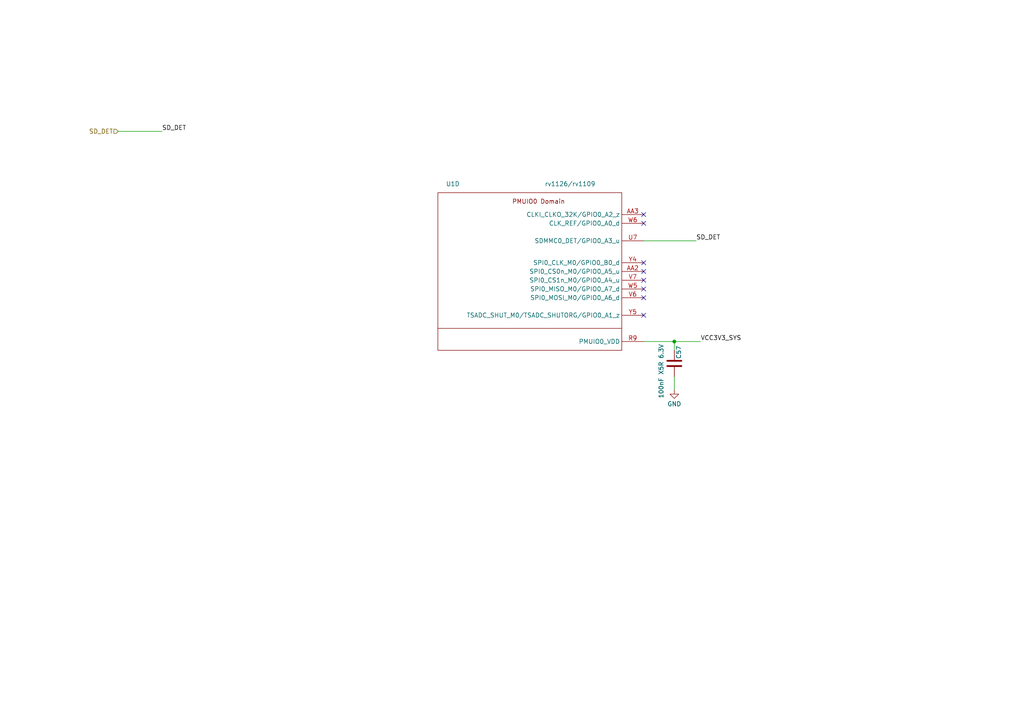
<source format=kicad_sch>
(kicad_sch (version 20230121) (generator eeschema)
  (paper "A4")
  (lib_symbols
    (symbol "CPU_Rockchip:rv1126_rv1109"
      (property "Reference" "U" (at -10.16 33.02 0))
      (property "Value" "rv1126/rv1109" (at 3.81 33.02 0))
      (symbol "rv1126_rv1109_1_1"
        (rectangle (start -16.51 31.75) (end 16.51 -35.56))
        (polyline (pts (xy -16.51 -26.67) (xy 16.51 -26.67)))
        (text "ARM/LOGIC/VEPU/NPU Power" (at -1.27 29.21 0) (effects (font (size 1.27 1.27))))
        (text "Supply for VCCIO~7 Power" (at -3.81 -29.21 0) (effects (font (size 1.27 1.27))))
        (pin power_in line (at 22.86 -11.43 180) (length 6.35) (name "NPU_VDD_1") (number "H11"))
        (pin power_in line (at 22.86 -13.97 180) (length 6.35) (name "NPU_VDD_2") (number "H12"))
        (pin power_in line (at 22.86 13.97 180) (length 6.35) (name "LOGIC_VDD_2") (number "H13"))
        (pin power_in line (at 22.86 -33.02 180) (length 6.35) (name "VCCIO_VDD_1V8") (number "H14"))
        (pin power_in line (at 22.86 16.51 180) (length 6.35) (name "LOGIC_VDD_1") (number "H9"))
        (pin power_in line (at 22.86 -16.51 180) (length 6.35) (name "NPU_VDD_3") (number "J10"))
        (pin power_in line (at 22.86 -19.05 180) (length 6.35) (name "NPU_VDD_4") (number "J11"))
        (pin power_in line (at 22.86 8.89 180) (length 6.35) (name "LOGIC_VDD_4") (number "J13"))
        (pin power_in line (at 22.86 11.43 180) (length 6.35) (name "LOGIC_VDD_3") (number "J9"))
        (pin power_in line (at 22.86 -21.59 180) (length 6.35) (name "NPU_VDD_5") (number "K10"))
        (pin power_in line (at 22.86 -24.13 180) (length 6.35) (name "NPU_VDD_6") (number "K11"))
        (pin power_in line (at 22.86 6.35 180) (length 6.35) (name "LOGIC_VDD_5") (number "L10"))
        (pin power_in line (at 22.86 0 180) (length 6.35) (name "VEPU_VDD_1") (number "L9"))
        (pin power_in line (at 22.86 3.81 180) (length 6.35) (name "LOGIC_VDD_6") (number "M11"))
        (pin power_in line (at 22.86 -2.54 180) (length 6.35) (name "VEPU_VDD_2") (number "M9"))
        (pin power_in line (at 22.86 25.4 180) (length 6.35) (name "ARM_VDD_1") (number "N12"))
        (pin power_in line (at 22.86 -5.08 180) (length 6.35) (name "VEPU_VDD_3") (number "N8"))
        (pin power_in line (at 22.86 -7.62 180) (length 6.35) (name "VEPU_VDD_4") (number "N9"))
        (pin power_in line (at 22.86 22.86 180) (length 6.35) (name "ARM_VDD_2") (number "P12"))
        (pin power_in line (at 22.86 20.32 180) (length 6.35) (name "ARM_VDD_3") (number "P13"))
      )
      (symbol "rv1126_rv1109_2_1"
        (rectangle (start -19.05 30.48) (end 19.05 -114.3))
        (text "VSS/AVSS" (at 0 24.13 0) (effects (font (size 1.27 1.27))))
        (pin power_in line (at -25.4 27.94 0) (length 6.35) (name "VSS_1") (number "A1"))
        (pin power_in line (at 25.4 -97.79 180) (length 6.35) (name "AVSS_1") (number "A21"))
        (pin power_in line (at 25.4 -88.9 180) (length 6.35) (name "VSS_95") (number "AA1"))
        (pin power_in line (at 25.4 -91.44 180) (length 6.35) (name "VSS_96") (number "AA10"))
        (pin power_in line (at 25.4 -93.98 180) (length 6.35) (name "VSS_97") (number "AA21"))
        (pin power_in line (at -25.4 25.4 0) (length 6.35) (name "VSS_2") (number "B12"))
        (pin power_in line (at -25.4 15.24 0) (length 6.35) (name "VSS_6") (number "C10"))
        (pin power_in line (at -25.4 12.7 0) (length 6.35) (name "VSS_7") (number "C12"))
        (pin power_in line (at -25.4 22.86 0) (length 6.35) (name "VSS_3") (number "C3"))
        (pin power_in line (at -25.4 20.32 0) (length 6.35) (name "VSS_4") (number "C5"))
        (pin power_in line (at -25.4 17.78 0) (length 6.35) (name "VSS_5") (number "C7"))
        (pin power_in line (at -25.4 7.62 0) (length 6.35) (name "VSS_9") (number "D12"))
        (pin power_in line (at 25.4 -100.33 180) (length 6.35) (name "AVSS_2") (number "D18"))
        (pin power_in line (at -25.4 10.16 0) (length 6.35) (name "VSS_8") (number "D9"))
        (pin power_in line (at -25.4 -6.35 0) (length 6.35) (name "VSS_14") (number "E10"))
        (pin power_in line (at -25.4 -8.89 0) (length 6.35) (name "VSS_15") (number "E11"))
        (pin power_in line (at -25.4 -11.43 0) (length 6.35) (name "VSS_16") (number "E12"))
        (pin power_in line (at -25.4 5.08 0) (length 6.35) (name "VSS_10") (number "E4"))
        (pin power_in line (at -25.4 1.27 0) (length 6.35) (name "VSS_11") (number "E6"))
        (pin power_in line (at -25.4 -1.27 0) (length 6.35) (name "VSS_12") (number "E8"))
        (pin power_in line (at -25.4 -3.81 0) (length 6.35) (name "VSS_13") (number "E9"))
        (pin power_in line (at -25.4 -27.94 0) (length 6.35) (name "VSS_22") (number "F10"))
        (pin power_in line (at -25.4 -30.48 0) (length 6.35) (name "VSS_23") (number "F11"))
        (pin power_in line (at -25.4 -33.02 0) (length 6.35) (name "VSS_24") (number "F12"))
        (pin power_in line (at -25.4 -35.56 0) (length 6.35) (name "VSS_25") (number "F13"))
        (pin power_in line (at 25.4 -102.87 180) (length 6.35) (name "AVSS_3") (number "F14"))
        (pin power_in line (at 25.4 -105.41 180) (length 6.35) (name "AVSS_4") (number "F15"))
        (pin power_in line (at -25.4 -13.97 0) (length 6.35) (name "VSS_17") (number "F3"))
        (pin power_in line (at -25.4 -16.51 0) (length 6.35) (name "VSS_18") (number "F5"))
        (pin power_in line (at -25.4 -19.05 0) (length 6.35) (name "VSS_19") (number "F7"))
        (pin power_in line (at -25.4 -21.59 0) (length 6.35) (name "VSS_20") (number "F8"))
        (pin power_in line (at -25.4 -25.4 0) (length 6.35) (name "VSS_21") (number "F9"))
        (pin power_in line (at -25.4 -45.72 0) (length 6.35) (name "VSS_29") (number "G10"))
        (pin power_in line (at -25.4 -48.26 0) (length 6.35) (name "VSS_30") (number "G11"))
        (pin power_in line (at -25.4 -52.07 0) (length 6.35) (name "VSS_31") (number "G12"))
        (pin power_in line (at -25.4 -54.61 0) (length 6.35) (name "VSS_32") (number "G13"))
        (pin power_in line (at 25.4 -107.95 180) (length 6.35) (name "AVSS_5") (number "G16"))
        (pin power_in line (at 25.4 -110.49 180) (length 6.35) (name "AVSS_6") (number "G17"))
        (pin power_in line (at -25.4 -38.1 0) (length 6.35) (name "VSS_26") (number "G2"))
        (pin power_in line (at -25.4 -40.64 0) (length 6.35) (name "VSS_27") (number "G5"))
        (pin power_in line (at -25.4 -43.18 0) (length 6.35) (name "VSS_28") (number "G6"))
        (pin power_in line (at -25.4 -67.31 0) (length 6.35) (name "VSS_37") (number "H10"))
        (pin power_in line (at -25.4 -69.85 0) (length 6.35) (name "VSS_38") (number "H15"))
        (pin power_in line (at -25.4 -57.15 0) (length 6.35) (name "VSS_33") (number "H4"))
        (pin power_in line (at -25.4 -59.69 0) (length 6.35) (name "VSS_34") (number "H5"))
        (pin power_in line (at -25.4 -62.23 0) (length 6.35) (name "VSS_35") (number "H6"))
        (pin power_in line (at -25.4 -64.77 0) (length 6.35) (name "VSS_36") (number "H7"))
        (pin power_in line (at -25.4 -78.74 0) (length 6.35) (name "VSS_41") (number "J12"))
        (pin power_in line (at -25.4 -81.28 0) (length 6.35) (name "VSS_42") (number "J14"))
        (pin power_in line (at -25.4 -83.82 0) (length 6.35) (name "VSS_43") (number "J16"))
        (pin power_in line (at -25.4 -72.39 0) (length 6.35) (name "VSS_39") (number "J5"))
        (pin power_in line (at -25.4 -74.93 0) (length 6.35) (name "VSS_40") (number "J6"))
        (pin power_in line (at -25.4 -96.52 0) (length 6.35) (name "VSS_48") (number "K12"))
        (pin power_in line (at -25.4 -99.06 0) (length 6.35) (name "VSS_49") (number "K13"))
        (pin power_in line (at -25.4 -101.6 0) (length 6.35) (name "VSS_50") (number "K14"))
        (pin power_in line (at -25.4 -86.36 0) (length 6.35) (name "VSS_44") (number "K5"))
        (pin power_in line (at -25.4 -88.9 0) (length 6.35) (name "VSS_45") (number "K6"))
        (pin power_in line (at -25.4 -91.44 0) (length 6.35) (name "VSS_46") (number "K8"))
        (pin power_in line (at -25.4 -93.98 0) (length 6.35) (name "VSS_47") (number "K9"))
        (pin power_in line (at 25.4 20.32 180) (length 6.35) (name "VSS_54") (number "L11"))
        (pin power_in line (at 25.4 17.78 180) (length 6.35) (name "VSS_55") (number "L12"))
        (pin power_in line (at 25.4 15.24 180) (length 6.35) (name "VSS_56") (number "L13"))
        (pin power_in line (at 25.4 12.7 180) (length 6.35) (name "VSS_57") (number "L14"))
        (pin power_in line (at 25.4 10.16 180) (length 6.35) (name "VSS_58") (number "L16"))
        (pin power_in line (at 25.4 27.94 180) (length 6.35) (name "VSS_51") (number "L2"))
        (pin power_in line (at 25.4 25.4 180) (length 6.35) (name "VSS_52") (number "L5"))
        (pin power_in line (at 25.4 22.86 180) (length 6.35) (name "VSS_53") (number "L6"))
        (pin power_in line (at 25.4 -3.81 180) (length 6.35) (name "VSS_63") (number "M10"))
        (pin power_in line (at 25.4 -6.35 180) (length 6.35) (name "VSS_64") (number "M12"))
        (pin power_in line (at 25.4 -8.89 180) (length 6.35) (name "VSS_65") (number "M13"))
        (pin power_in line (at 25.4 -11.43 180) (length 6.35) (name "VSS_66") (number "M14"))
        (pin power_in line (at 25.4 -13.97 180) (length 6.35) (name "VSS_67") (number "M16"))
        (pin power_in line (at 25.4 7.62 180) (length 6.35) (name "VSS_59") (number "M3"))
        (pin power_in line (at 25.4 5.08 180) (length 6.35) (name "VSS_60") (number "M5"))
        (pin power_in line (at 25.4 1.27 180) (length 6.35) (name "VSS_61") (number "M7"))
        (pin power_in line (at 25.4 -1.27 180) (length 6.35) (name "VSS_62") (number "M8"))
        (pin power_in line (at 25.4 -25.4 180) (length 6.35) (name "VSS_71") (number "N10"))
        (pin power_in line (at 25.4 -27.94 180) (length 6.35) (name "VSS_72") (number "N11"))
        (pin power_in line (at 25.4 -30.48 180) (length 6.35) (name "VSS_73") (number "N13"))
        (pin power_in line (at 25.4 -33.02 180) (length 6.35) (name "VSS_74") (number "N14"))
        (pin power_in line (at 25.4 -35.56 180) (length 6.35) (name "VSS_75") (number "N16"))
        (pin power_in line (at 25.4 -16.51 180) (length 6.35) (name "VSS_68") (number "N5"))
        (pin power_in line (at 25.4 -19.05 180) (length 6.35) (name "VSS_69") (number "N6"))
        (pin power_in line (at 25.4 -21.59 180) (length 6.35) (name "VSS_70") (number "N7"))
        (pin power_in line (at 25.4 -48.26 180) (length 6.35) (name "VSS_80") (number "P14"))
        (pin power_in line (at 25.4 -50.8 180) (length 6.35) (name "VSS_81") (number "P16"))
        (pin power_in line (at 25.4 -38.1 180) (length 6.35) (name "VSS_76") (number "P5"))
        (pin power_in line (at 25.4 -40.64 180) (length 6.35) (name "VSS_77") (number "P7"))
        (pin power_in line (at 25.4 -43.18 180) (length 6.35) (name "VSS_78") (number "P8"))
        (pin power_in line (at 25.4 -45.72 180) (length 6.35) (name "VSS_79") (number "P9"))
        (pin power_in line (at 25.4 -54.61 180) (length 6.35) (name "VSS_82") (number "R1"))
        (pin power_in line (at 25.4 -59.69 180) (length 6.35) (name "VSS_84") (number "R12"))
        (pin power_in line (at 25.4 -62.23 180) (length 6.35) (name "VSS_85") (number "R13"))
        (pin power_in line (at 25.4 -64.77 180) (length 6.35) (name "VSS_86") (number "R14"))
        (pin power_in line (at 25.4 -57.15 180) (length 6.35) (name "VSS_83") (number "R5"))
        (pin power_in line (at 25.4 -72.39 180) (length 6.35) (name "VSS_89") (number "T10"))
        (pin power_in line (at 25.4 -74.93 180) (length 6.35) (name "VSS_90") (number "T14"))
        (pin power_in line (at 25.4 -77.47 180) (length 6.35) (name "VSS_91") (number "T17"))
        (pin power_in line (at 25.4 -67.31 180) (length 6.35) (name "VSS_87") (number "T6"))
        (pin power_in line (at 25.4 -69.85 180) (length 6.35) (name "VSS_88") (number "T9"))
        (pin power_in line (at 25.4 -81.28 180) (length 6.35) (name "VSS_92") (number "V17"))
        (pin power_in line (at 25.4 -86.36 180) (length 6.35) (name "VSS_94") (number "W14"))
        (pin power_in line (at 25.4 -83.82 180) (length 6.35) (name "VSS_93") (number "W9"))
      )
      (symbol "rv1126_rv1109_3_1"
        (rectangle (start -15.24 29.21) (end 15.24 -8.89))
        (polyline (pts (xy -15.24 5.08) (xy 15.24 5.08)))
        (polyline (pts (xy -15.24 13.97) (xy 15.24 13.97)))
        (text "MISC" (at -13.97 2.54 0) (effects (font (size 1.27 1.27)) (justify left)))
        (text "OSC/PLL" (at -13.97 26.67 0) (effects (font (size 1.27 1.27)) (justify left)))
        (text "PMUIO" (at -13.97 11.43 0) (effects (font (size 1.27 1.27)) (justify left)))
        (pin output line (at 21.59 22.86 180) (length 6.35) (name "XIN24M") (number "AA9"))
        (pin power_in line (at 21.59 10.16 180) (length 6.35) (name "PMUIO_VDD_0V8") (number "P10"))
        (pin power_in line (at 21.59 19.05 180) (length 6.35) (name "PLL_AVDD_0V8") (number "P11"))
        (pin power_in line (at 21.59 7.62 180) (length 6.35) (name "PMUIO_VDD_1V8") (number "R10"))
        (pin power_in line (at 21.59 16.51 180) (length 6.35) (name "PLL_AVDD_1V8") (number "R11"))
        (pin input line (at 21.59 1.27 180) (length 6.35) (name "TVSS") (number "T8"))
        (pin input line (at 21.59 -2.54 180) (length 6.35) (name "nPOR_u") (number "W7"))
        (pin output line (at 21.59 25.4 180) (length 6.35) (name "XOUT24M") (number "Y9"))
      )
      (symbol "rv1126_rv1109_4_1"
        (rectangle (start -26.67 21.59) (end 26.67 -24.13))
        (polyline (pts (xy -26.67 -17.78) (xy 26.67 -17.78)))
        (text "PMUIO0 Domain" (at 2.54 19.05 0) (effects (font (size 1.27 1.27))))
        (pin bidirectional line (at 33.02 -1.27 180) (length 6.35) (name "SPI0_CS0n_M0/GPIO0_A5_u") (number "AA2"))
        (pin bidirectional line (at 33.02 15.24 180) (length 6.35) (name "CLKI_CLKO_32K/GPIO0_A2_z") (number "AA3"))
        (pin power_in line (at 33.02 -21.59 180) (length 6.35) (name "PMUIO0_VDD") (number "R9"))
        (pin bidirectional line (at 33.02 7.62 180) (length 6.35) (name "SDMMC0_DET/GPIO0_A3_u") (number "U7"))
        (pin bidirectional line (at 33.02 -8.89 180) (length 6.35) (name "SPI0_MOSI_M0/GPIO0_A6_d") (number "V6"))
        (pin bidirectional line (at 33.02 -3.81 180) (length 6.35) (name "SPI0_CS1n_M0/GPIO0_A4_u") (number "V7"))
        (pin bidirectional line (at 33.02 -6.35 180) (length 6.35) (name "SPI0_MISO_M0/GPIO0_A7_d") (number "W5"))
        (pin bidirectional line (at 33.02 12.7 180) (length 6.35) (name "CLK_REF/GPIO0_A0_d") (number "W6"))
        (pin bidirectional line (at 33.02 1.27 180) (length 6.35) (name "SPI0_CLK_M0/GPIO0_B0_d") (number "Y4"))
        (pin bidirectional line (at 33.02 -13.97 180) (length 6.35) (name "TSADC_SHUT_M0/TSADC_SHUTORG/GPIO0_A1_z") (number "Y5"))
      )
      (symbol "rv1126_rv1109_5_1"
        (rectangle (start -27.94 25.4) (end 27.94 -27.94))
        (polyline (pts (xy -27.94 -20.32) (xy 27.94 -20.32)))
        (text "PMUIO1 Domain" (at 0 22.86 0) (effects (font (size 1.27 1.27))))
        (pin bidirectional line (at 34.29 -5.08 180) (length 6.35) (name "PMU_DEBUG/UART1_CTSN_M0/PWM3_IR_M0/GPIO0_C1_d") (number "AA4"))
        (pin bidirectional line (at 34.29 7.62 180) (length 6.35) (name "I2C2_SCL/PWM4_M0/GPIO0_C2_d") (number "AA6"))
        (pin bidirectional line (at 34.29 13.97 180) (length 6.35) (name "I2C0_SCL/GPIO0_B4_u") (number "AA7"))
        (pin power_in line (at 34.29 -24.13 180) (length 6.35) (name "PMUIO1_VDD") (number "R8"))
        (pin bidirectional line (at 34.29 -8.89 180) (length 6.35) (name "SDMMC0_PWM/UART1_RTSN_M0/PWM2_M0/GPIO0_C0_d") (number "U9"))
        (pin bidirectional line (at 34.29 -13.97 180) (length 6.35) (name "UART1_RX_M0/PWM1_M0/GPIO0_B7_d") (number "V9"))
        (pin bidirectional line (at 34.29 1.27 180) (length 6.35) (name "PMIC_IN/PWM7_IR_M0/GPIO0_B1_d") (number "W10"))
        (pin bidirectional line (at 34.29 -16.51 180) (length 6.35) (name "UART1_TX_M0/PWM0_M0/GPIO0_B6_d") (number "W8"))
        (pin bidirectional line (at 34.29 -1.27 180) (length 6.35) (name "PMIC_SLEEP/TSADC_SHUT_M1/PWM6_M0/GPIO0_B2_d") (number "Y10"))
        (pin bidirectional line (at 34.29 5.08 180) (length 6.35) (name "I2C2_SDA/PWM5_M0/GPIO0_C3_d") (number "Y6"))
        (pin bidirectional line (at 34.29 11.43 180) (length 6.35) (name "I2C0_SDA/GPIO0_B5_u") (number "Y7"))
        (pin bidirectional line (at 34.29 17.78 180) (length 6.35) (name "FLASH_VOL_SEL/GPIO0_B3_d") (number "Y8"))
      )
      (symbol "rv1126_rv1109_6_1"
        (rectangle (start -26.67 24.13) (end 26.67 -30.48))
        (polyline (pts (xy -26.67 -24.13) (xy 26.67 -24.13)))
        (text "VCCIO1 Domain" (at -1.27 21.59 0) (effects (font (size 1.27 1.27))))
        (pin power_in line (at 33.02 -27.94 180) (length 6.35) (name "VCCIO1_VDD") (number "P6"))
        (pin bidirectional line (at 33.02 -12.7 180) (length 6.35) (name "FLASH_RDYn/FSPI_D1/I2S1_SCLK_M0/GPIO1_A1_u") (number "R2"))
        (pin bidirectional line (at 33.02 -15.24 180) (length 6.35) (name "FLASH_WPn/EMMC_RSTn/FSPI_CLK/GPIO1_A3_d") (number "R3"))
        (pin bidirectional line (at 33.02 -10.16 180) (length 6.35) (name "FLASH_RDn/FSPI_D3/I2S1_SDI_M0/GPIO1_A2_u") (number "R4"))
        (pin bidirectional line (at 33.02 15.24 180) (length 6.35) (name "FLASH_CLE/EMMC_CLKO/GPIO0_D7_d") (number "T1"))
        (pin bidirectional line (at 33.02 17.78 180) (length 6.35) (name "FLASH_ALE/FSPI_D0/I2S1_LRCK_M0/GPIO1_A0_d") (number "T2"))
        (pin bidirectional line (at 33.02 -20.32 180) (length 6.35) (name "FSPI_D2/I2S1_SDO_M0/GPIO0_D6_d") (number "T3"))
        (pin bidirectional line (at 33.02 -17.78 180) (length 6.35) (name "FLASH_WRn/EMMC_CMD/GPIO0_D5_u") (number "T4"))
        (pin bidirectional line (at 33.02 12.7 180) (length 6.35) (name "FLASH_CS0n/FSPI_CS0n/I2S1_MCLK_M0/GPIO0_D4_u") (number "U2"))
        (pin bidirectional line (at 33.02 -7.62 180) (length 6.35) (name "FLASH_D7/EMMC_D7/GPIO0_D3_u") (number "U3"))
        (pin bidirectional line (at 33.02 -5.08 180) (length 6.35) (name "FLASH_D6/EMMC_D6/GPIO0_D2_u") (number "U4"))
        (pin bidirectional line (at 33.02 -2.54 180) (length 6.35) (name "FLASH_D5/EMMC_D5/FSPI_CS1n/GPIO0_D1_u") (number "V1"))
        (pin bidirectional line (at 33.02 0 180) (length 6.35) (name "FLASH_D4/EMMC_D4/GPIO0_D0_u") (number "V2"))
        (pin bidirectional line (at 33.02 2.54 180) (length 6.35) (name "FLASH_D3/EMMC_D3/GPIO0_C7_u") (number "V3"))
        (pin bidirectional line (at 33.02 5.08 180) (length 6.35) (name "FLASH_D2/EMMC_D2/GPIO0_C6_u") (number "V4"))
        (pin bidirectional line (at 33.02 7.62 180) (length 6.35) (name "FLASH_D1/EMMC_D1/GPIO0_C5_u") (number "W1"))
        (pin bidirectional line (at 33.02 10.16 180) (length 6.35) (name "FLASH_D0/EMMC_D0/GPIO0_C4_u") (number "W2"))
      )
      (symbol "rv1126_rv1109_7_1"
        (rectangle (start -39.37 24.13) (end 38.1 -7.62))
        (polyline (pts (xy -39.37 0) (xy 38.1 0)))
        (text "VCCIO2 Domain" (at 0 21.59 0) (effects (font (size 1.27 1.27))))
        (pin bidirectional line (at 44.45 17.78 180) (length 6.35) (name "SDMMC0_CLK/UART3_RTSN_M1/RISC-V_JTAG_TDO/GPIO1_B0_u") (number "AA13"))
        (pin power_in line (at 44.45 -3.81 180) (length 6.35) (name "VCCIO2_VDD") (number "T13"))
        (pin bidirectional line (at 44.45 5.08 180) (length 6.35) (name "SDMMC0_D3/UART3_TX_M1/A7_JTAG_TMS_M0/RISC-V_JTAG_TMS/GPIO1_A7_u") (number "U13"))
        (pin bidirectional line (at 44.45 7.62 180) (length 6.35) (name "SDMMC0_D2/UART3_RX_M1/A7_JTAG_TCK_M0/RISC-V_JTAG_TCK/GPIO1_A6_u") (number "V13"))
        (pin bidirectional line (at 44.45 10.16 180) (length 6.35) (name "SDMMC0_D1/TEST_CLK0_OUT/UART2_TX_M0/RISC-V_JTAG_TRSTn/GPIO1_A5_u") (number "W13"))
        (pin bidirectional line (at 44.45 15.24 180) (length 6.35) (name "SDMMC0_CMD/UART3_CTSN_M1/RISC-V_JTAG_TDI/GPIO1_B1_u") (number "Y13"))
        (pin bidirectional line (at 44.45 12.7 180) (length 6.35) (name "SDMMC0_D0/TEST_CLK1_OUT/UART2_RX_M0/GPIO1_A4_u") (number "Y14"))
      )
      (symbol "rv1126_rv1109_8_1"
        (rectangle (start -40.64 16.51) (end 40.64 -38.1))
        (polyline (pts (xy -40.64 -31.75) (xy 40.64 -31.75)))
        (text "VCCIO3 Domain" (at 2.54 13.97 0) (effects (font (size 1.27 1.27))))
        (pin bidirectional line (at 46.99 -19.05 180) (length 6.35) (name "SDIO_PWR/I2C5_SDA_M2/UART1_RX_M1/GPIO1_D1_d") (number "A13"))
        (pin bidirectional line (at 46.99 -21.59 180) (length 6.35) (name "UART0_CTSn/GPIO1_C1_u") (number "A15"))
        (pin bidirectional line (at 46.99 -6.35 180) (length 6.35) (name "SDIO_CMD/GPIO1_B3_u") (number "A16"))
        (pin bidirectional line (at 46.99 6.35 180) (length 6.35) (name "I2S2_MCLK_M0/SDIO_DET/SPI1_CS1n_M1/I2C5_SCL_M2/UART1_TX_M1/GPIO1_D0_d") (number "B13"))
        (pin bidirectional line (at 46.99 -1.27 180) (length 6.35) (name "I2S2_SDO_M0/SPI1_MOSI_M1/FLASH_TRIG_OUT/GPIO1_C4_d") (number "B14"))
        (pin bidirectional line (at 46.99 -24.13 180) (length 6.35) (name "UART0_RTSn/GPIO1_C0_u") (number "B15"))
        (pin bidirectional line (at 46.99 -8.89 180) (length 6.35) (name "SDIO_D0/GPIO1_B4_u") (number "B16"))
        (pin bidirectional line (at 46.99 8.89 180) (length 6.35) (name "I2S2_LRCK_M0/SPI1_CS0n_M1/UART1_CTSn_M1/GPIO1_C7_d") (number "C13"))
        (pin bidirectional line (at 46.99 -29.21 180) (length 6.35) (name "UART0_TX/GPIO1_C3_u") (number "C14"))
        (pin bidirectional line (at 46.99 -16.51 180) (length 6.35) (name "SDIO_D3/GPIO1_B7_u") (number "C15"))
        (pin bidirectional line (at 46.99 -11.43 180) (length 6.35) (name "SDIO_D1/GPIO1_B5_u") (number "C16"))
        (pin bidirectional line (at 46.99 3.81 180) (length 6.35) (name "I2S2_SCLK_M0/SPI1_CLK_M1/PRELIGHT_TRIG_OUT/UART1_RTSn_M1/_GPIO1_C6_d") (number "D13"))
        (pin bidirectional line (at 46.99 -26.67 180) (length 6.35) (name "UART0_RX/GPIO1_C2_u") (number "D14"))
        (pin bidirectional line (at 46.99 -13.97 180) (length 6.35) (name "SDIO_D2/GPIO1_B6_u") (number "D15"))
        (pin bidirectional line (at 46.99 -3.81 180) (length 6.35) (name "SDIO_CLK/GPIO1_B2_d") (number "D16"))
        (pin bidirectional line (at 46.99 1.27 180) (length 6.35) (name "I2S2_SDI_M0/SPI1_MISO_M1/FLASH_TRIG_IN/GPIO1_C5_d") (number "E13"))
        (pin power_in line (at 46.99 -35.56 180) (length 6.35) (name "VCCIO3_VDD") (number "E14"))
      )
      (symbol "rv1126_rv1109_9_1"
        (rectangle (start -30.48 24.13) (end 30.48 -15.24))
        (polyline (pts (xy -30.48 -8.89) (xy 30.48 -8.89)))
        (text "VCCIO4 Domain" (at 1.27 21.59 0) (effects (font (size 1.27 1.27))))
        (pin power_in line (at 36.83 -12.7 180) (length 6.35) (name "VCCIO4_VDD") (number "P15"))
        (pin bidirectional line (at 36.83 -1.27 180) (length 6.35) (name "SPI0_MISO_M1/I2S1_LRCK_M1/I2C3_SDA_M2/GPIO1_D7_d") (number "U18"))
        (pin bidirectional line (at 36.83 3.81 180) (length 6.35) (name "SPI0_CS0n_M1/I2S1_SDI_M1/UART5_TX_M2/GPIO2_A0_d") (number "U19"))
        (pin bidirectional line (at 36.83 6.35 180) (length 6.35) (name "SPI0_CLK_M1/I2S1_SDO_M1/UART5_RX_M2/GPIO2_A1_d") (number "U20"))
        (pin bidirectional line (at 36.83 -3.81 180) (length 6.35) (name "SPI0_MOSI_M1/I2S1_SCLK_M1/I2C3_SCL_M2/GPIO1_D6_d") (number "V19"))
        (pin bidirectional line (at 36.83 1.27 180) (length 6.35) (name "SPI0_CS1n_M1/I2S1_MCLK_M1/UART4_TX_M2/GPIO1_D5_d") (number "V20"))
        (pin bidirectional line (at 36.83 11.43 180) (length 6.35) (name "MIPI_CSI_CLK0/UART5_CTSN_M2/GPIO2_A3_d") (number "V21"))
        (pin bidirectional line (at 36.83 13.97 180) (length 6.35) (name "I2C1_SDA/UART4_RTSN_M2/GPIO1_D2_u") (number "W19"))
        (pin bidirectional line (at 36.83 -6.35 180) (length 6.35) (name "UART4_RX_M2/GPIO1_D4_d") (number "W20"))
        (pin bidirectional line (at 36.83 8.89 180) (length 6.35) (name "MIPI_CSI_CLK1/UART5_RTSN_M2/GPIO2_A2_d") (number "W21"))
        (pin bidirectional line (at 36.83 16.51 180) (length 6.35) (name "I2C1_SCL/UART4_CTSN_M2/GPIO1_D3_u") (number "Y21"))
      )
      (symbol "rv1126_rv1109_10_1"
        (rectangle (start -54.61 29.21) (end 54.61 -83.82))
        (polyline (pts (xy -54.61 -67.31) (xy 54.61 -67.31)))
        (text "VCCIO5 Domain" (at 1.27 26.67 0) (effects (font (size 1.27 1.27))))
        (pin bidirectional line (at 60.96 -58.42 180) (length 6.35) (name "LCDC_VSYNC/UART3_RTSN_M2/PWM9_M1/SPI1_MOSI_M2/GPIO2_D6_d") (number "C21"))
        (pin bidirectional line (at 60.96 16.51 180) (length 6.35) (name "LCDC_CLK/UART3_CTSN_M2/PWM8_M1/SPI1_MISO_M2/GPIO2_D7_d") (number "D20"))
        (pin bidirectional line (at 60.96 13.97 180) (length 6.35) (name "LCDC_CLK/UART3_CTSN_M2/PWM8_M1/SPI1_MISO_M2/GPIO2_D7_d") (number "D21"))
        (pin bidirectional line (at 60.96 19.05 180) (length 6.35) (name "CAN_TXD_M0/UART3_RX_M2/PWM11_IR_M1/I2C4_SDA_M0/GPIO3_A1_u") (number "E19"))
        (pin bidirectional line (at 60.96 21.59 180) (length 6.35) (name "CAN_RXD_M0/UART3_TX_M2/PWM7_IR_M1/SPI1_CS1n_M2/I2C4_SCL_M0/GPIO3_A0_u") (number "E20"))
        (pin bidirectional line (at 60.96 -50.8 180) (length 6.35) (name "LCDC_D23/RGMII_RXCLK_M1/CIF_HSYNC_M1/I2S1_SDI_M2/GPIO2_D3_d") (number "F19"))
        (pin bidirectional line (at 60.96 -30.48 180) (length 6.35) (name "LCDC_D23/RGMII_RXCLK_M1/CIF_HSYNC_M1/I2S1_SDI_M2/GPIO2_D3_d") (number "F19"))
        (pin bidirectional line (at 60.96 -27.94 180) (length 6.35) (name "LCDC_D22/RGMII_TXCLK_M1/CIF_CLKIN_M1/I2S1_LRCK_M2/GPIO2_D2_d") (number "F20"))
        (pin bidirectional line (at 60.96 -25.4 180) (length 6.35) (name "LCDC_D21/RGMII_TXD2_M1/CIF_CLKOUT_M1/I2S1_SCLK_M2/GPIO2_D1_d") (number "F21"))
        (pin bidirectional line (at 60.96 -63.5 180) (length 6.35) (name "UART2_TX_M1/A7_JTAG_TCK_M1/GPIO3_A2_u") (number "G18"))
        (pin bidirectional line (at 60.96 -17.78 180) (length 6.35) (name "LCDC_D19/RGMII_RXD2_M1/CIF_D15_M1/I2S1_MCLK_M2/GPIO2_C7_d") (number "G19"))
        (pin bidirectional line (at 60.96 -15.24 180) (length 6.35) (name "LCDC_D18/RGMII_TXEN_M1/CIF_D14_M1/GPIO2_C6_d") (number "G20"))
        (pin bidirectional line (at 60.96 -12.7 180) (length 6.35) (name "LCDC_D17/CLK_OUT_ETHERNET_M1/CIF_D13_M1/GPIO2_C5_d") (number "G21"))
        (pin bidirectional line (at 60.96 -60.96 180) (length 6.35) (name "UART2_RX_M1/A7_JTAG_TMS_M1/GPIO3_A3_u") (number "H16"))
        (pin bidirectional line (at 60.96 -55.88 180) (length 6.35) (name "LCDC_HSYNC/PWM10_M1/_SPI1_CLK_M2/I2C3_SDA_M1/GPIO2_D5_d") (number "H17"))
        (pin bidirectional line (at 60.96 -22.86 180) (length 6.35) (name "LCDC_D20/RGMII_RXD3_M1/CIF_VSYNC_M1/I2S1_SDO_M2/GPIO2_D0_d") (number "H18"))
        (pin bidirectional line (at 60.96 -10.16 180) (length 6.35) (name "LCDC_D16/RGMII_TXD1_M1/CIF_D12_M1/GPIO2_C4_d") (number "H19"))
        (pin bidirectional line (at 60.96 -7.62 180) (length 6.35) (name "LCDC_D15/RGMII_TXD0_M1/CIF_D11_M1/GPIO2_C3_d") (number "H20"))
        (pin power_in line (at 60.96 -69.85 180) (length 6.35) (name "VCCIO5_VDD1") (number "J15"))
        (pin bidirectional line (at 60.96 -53.34 180) (length 6.35) (name "LCDC_DEN/PWM6_M1/SPI1_CS0n_M2/I2C3_SCL_M1/GPIO2_D4_d") (number "J17"))
        (pin bidirectional line (at 60.96 11.43 180) (length 6.35) (name "LCDC_D0/RGMII_TXD3_M1/CIF_D0_M1/UART4_RTSN_M1/GPIO2_A4_d") (number "J18"))
        (pin bidirectional line (at 60.96 0 180) (length 6.35) (name "LCDC_D12/RGMII_RXER_M1/CIF_D8_M1/GPIO2_C0_d") (number "J19"))
        (pin bidirectional line (at 60.96 -5.08 180) (length 6.35) (name "LCDC_D14/RGMII_MDC_M1/CIF_D10_M1/GPIO2_C2_d") (number "J20"))
        (pin bidirectional line (at 60.96 -2.54 180) (length 6.35) (name "LCDC_D13/RGMII_MDIO_M1/CIF_D9_M1/GPIO2_C1_d") (number "J21"))
        (pin power_in line (at 60.96 -78.74 180) (length 6.35) (name "VCCIO5_VDD2") (number "K15"))
        (pin bidirectional line (at 60.96 -40.64 180) (length 6.35) (name "LCDC_D6/I2S2_LRCK_M1/UART5_RTSN_M1/PWM1_M1/SPI0_CLK_M2/GPIO2_B2_d") (number "K16"))
        (pin bidirectional line (at 60.96 -43.18 180) (length 6.35) (name "LCDC_D7/I2S2_MCLK_M1/CIF_D3_M1/UART5_CTSN_M1/SPI0_CS1n_M2/PWM0_M1/I2C5_SDA_M0/_GPIO2_B3_d") (number "K17"))
        (pin bidirectional line (at 60.96 -45.72 180) (length 6.35) (name "LCDC_D8/RGMII_RXDV_M1/CIF_D4_M1/GPIO2_B4_d") (number "K18"))
        (pin bidirectional line (at 60.96 -48.26 180) (length 6.35) (name "LCDC_D9/RGMII_RXD0_M1/CIF_D5_M1/GPIO2_B5_d") (number "K19"))
        (pin bidirectional line (at 60.96 6.35 180) (length 6.35) (name "LCDC_D10/RGMII_RXD1_M1/CIF_D6_M1/GPIO2_B6_d") (number "K20"))
        (pin bidirectional line (at 60.96 3.81 180) (length 6.35) (name "LCDC_D11/RGMII_CLK_M1/CIF_D7_M1/GPIO2_B7_d") (number "K21"))
        (pin bidirectional line (at 60.96 8.89 180) (length 6.35) (name "LCDC_D1/RGMII_CRS_M1/CIF_D1_M1/UART4_CTSN_M1/I2C5_SCL_M0/GPIO2_A5_d") (number "L17"))
        (pin bidirectional line (at 60.96 -35.56 180) (length 6.35) (name "LCDC_D4/I2S2_SDI_M1/UART5_TX_M1/PWM3_IR_M1/SPI0_MOSI_M2/GPIO2_B0_d") (number "L19"))
        (pin bidirectional line (at 60.96 -38.1 180) (length 6.35) (name "LCDC_D5/I2S2_SCLK_M1/UART5_RX_M1/PWM2_M1/SPI0_MISO_M2/GPIO2_B1_d") (number "L20"))
        (pin bidirectional line (at 60.96 -33.02 180) (length 6.35) (name "LCDC_D3/I2S2_SDO_M1/UART4_RX_M1/PWM4_M1/SPI0_CS0n_M2/GPIO2_A7_d") (number "M20"))
        (pin bidirectional line (at 60.96 -20.32 180) (length 6.35) (name "LCDC_D2/RGMII_COL_M1/CIF_D2_M1/PWM5_M1/_UART4_TX_M1/GPIO2_A6_d") (number "M21"))
      )
      (symbol "rv1126_rv1109_11_1"
        (rectangle (start -48.26 26.67) (end 48.26 -39.37))
        (polyline (pts (xy -48.26 -31.75) (xy 48.26 -31.75)))
        (text "VCCIO6 Domain" (at 1.27 24.13 0) (effects (font (size 1.27 1.27))))
        (pin power_in line (at 54.61 -35.56 180) (length 6.35) (name "VCCIO6_VDD") (number "M15"))
        (pin bidirectional line (at 54.61 5.08 180) (length 6.35) (name "CIF_D13_M0/RGMII_RXDV_M0/PDM_SDI0_M1/GPIO3_C1_d") (number "M17"))
        (pin bidirectional line (at 54.61 2.54 180) (length 6.35) (name "CIF_D14_M0/RGMII_RXER_M0/PDM_SDI1_M1/GPIO3_C2_d") (number "M18"))
        (pin bidirectional line (at 54.61 20.32 180) (length 6.35) (name "CIF_CLKIN_M0/CLK_OUT_ETHERNET_M0/UART3_CTSN_M0/GPIO3_C5_d") (number "M19"))
        (pin bidirectional line (at 54.61 -15.24 180) (length 6.35) (name "CIF_D6_M0/RGMII_TXD3_M0/I2S0_LRCK_RX_M1/UART4_RTSN_M0/GPIO3_B2_d") (number "N17"))
        (pin bidirectional line (at 54.61 -22.86 180) (length 6.35) (name "CIF_D9_M0/RGMII_TXEN_M0/I2S0_SDO3_SDI1_M1/SPI1_CS0n_M0/GPIO3_B5_d") (number "N18"))
        (pin bidirectional line (at 54.61 7.62 180) (length 6.35) (name "CIF_D12_M0/RGMII_CLK_M0/PDM_CLk0_M1/SPI1_CLK_M0/GPIO3_C0_d") (number "N19"))
        (pin bidirectional line (at 54.61 0 180) (length 6.35) (name "CIF_D15_M0/RGMII_MDIO_M0/PDM_CLk1_M1/GPIO3_C3_d") (number "N20"))
        (pin bidirectional line (at 54.61 -27.94 180) (length 6.35) (name "CIF_VSYNC_M0/RGMII_MDC_M0/UART3_RTSN_M0/GPIO3_C4_d") (number "N21"))
        (pin bidirectional line (at 54.61 -5.08 180) (length 6.35) (name "CIF_D2_M0/RGMII_COL_M0/I2S0_SDO0_M1/UART5_TX_M0/CAN_RXD_M1/PWM10_M0/GPIO3_A6_d") (number "P17"))
        (pin bidirectional line (at 54.61 17.78 180) (length 6.35) (name "CIF_CLKOUT_M0/RGMII_TXCLK_M0/UART3_TX_M0/GPIO3_C6_d") (number "P19"))
        (pin bidirectional line (at 54.61 -25.4 180) (length 6.35) (name "CIF_HSYNC_M0/RGMII_RXCLK_M0/UART3_RX_M0/GPIO3_C7_d") (number "P20"))
        (pin bidirectional line (at 54.61 15.24 180) (length 6.35) (name "CIF_D0_M0/I2S0_SCLK_TX_M1/UART4_TX_M0/I2C3_SCL_M0/PWM8_M0/GPIO3_A4_d") (number "R17"))
        (pin bidirectional line (at 54.61 -7.62 180) (length 6.35) (name "CIF_D3_M0/RGMII_RXD2_M0/I2S0_SDI0_M1/UART5_RX_M0/CAN_TXD_M1/PWM11_IR_M0/GPIO3_A7_d") (number "R18"))
        (pin bidirectional line (at 54.61 -17.78 180) (length 6.35) (name "CIF_D7_M0/RGMII_TXD0_M0/I2S0_SDO1_SDI3_M1/UART4_CTSN_M0/GPIO3_B3_d") (number "R19"))
        (pin bidirectional line (at 54.61 12.7 180) (length 6.35) (name "CIF_D10_M0/RGMII_RXD0_M0/PDM_SDI2_M1/SPI1_MOSI_M0/GPIO3_B6_d") (number "R20"))
        (pin bidirectional line (at 54.61 10.16 180) (length 6.35) (name "CIF_D11_M0/RGMII_RXD1_M0/PDM_SDI3_M1/SPI1_MISO_M0/GPIO3_B7_d") (number "R21"))
        (pin bidirectional line (at 54.61 -2.54 180) (length 6.35) (name "CIF_D1_M0/RGMII_CRS_M0/I2S0_LRCK_TX_M1/UART4_RX_M0/I2C3_SDA_M0/PWM9_M0/GPIO3_A5_d") (number "T18"))
        (pin bidirectional line (at 54.61 -10.16 180) (length 6.35) (name "CIF_D4_M0/RGMII_RXD3_M0/I2S0_MCLK_M1/UART5_RTSN_M0/I2C5_SCL_M1/GPIO3_B0_d") (number "T19"))
        (pin bidirectional line (at 54.61 -12.7 180) (length 6.35) (name "CIF_D5_M0/RGMII_TXD2_M0/I2S0_SCLK_RX_M1/UART5_CTSN_M0/I2C5_SDA_M1/GPIO3_B1_d") (number "T20"))
        (pin bidirectional line (at 54.61 -20.32 180) (length 6.35) (name "CIF_D8_M0/RGMII_TXD1_M0/I2S0_SDO2_SDI2_M1/SPI1_CS1n_M0/GPIO3_B4_d") (number "T21"))
      )
      (symbol "rv1126_rv1109_12_1"
        (rectangle (start -45.72 20.32) (end 45.72 -19.05))
        (polyline (pts (xy -45.72 -11.43) (xy 45.72 -11.43)))
        (text "VCCIO7 Domain" (at 2.54 17.78 0) (effects (font (size 1.27 1.27))))
        (pin bidirectional line (at 52.07 1.27 180) (length 6.35) (name "I2S0_SDI0_M0/PDM_SDI0_M0/ACODEC_DAC_DATAL/GPIO3_D6_d") (number "AA12"))
        (pin bidirectional line (at 52.07 -3.81 180) (length 6.35) (name "I2S0_SDO1_SDI3_M0/PDM_SDI3_M0/ACODEC_ADC_DATA/GPIO3_D7_d") (number "T11"))
        (pin power_in line (at 52.07 -15.24 180) (length 6.35) (name "VCCIO7_VDD") (number "T12"))
        (pin bidirectional line (at 52.07 -6.35 180) (length 6.35) (name "I2S0_SDO2_SDI2_M0/PDM_SDI2_M0/AUDPWM_L_M0/I2C4_SCL_M1/AUDDSM_RN/GPIO4_A0_d") (number "U11"))
        (pin bidirectional line (at 52.07 8.89 180) (length 6.35) (name "I2S0_MCLK_M0/GPIO3_D2_d") (number "U12"))
        (pin bidirectional line (at 52.07 -8.89 180) (length 6.35) (name "I2S0_SDO3_SDI1_M0/PDM_SDI1_M0/AUDPWM_R_M0/I2C4_SDA_M1/AUDDSM_RP/GPIO4_A1_d") (number "V11"))
        (pin bidirectional line (at 52.07 6.35 180) (length 6.35) (name "I2S0_SCLK_RX_M0/PDM_CLk1_M0/ACODEC_ADC_CLK/GPIO3_D1_d") (number "V12"))
        (pin bidirectional line (at 52.07 11.43 180) (length 6.35) (name "2S0_LRCK_TX_M0/ACODEC_DAC_SYNC/AUDPWM_L_M1/AUDDSM_LN/GPIO3_D3_d") (number "W11"))
        (pin bidirectional line (at 52.07 3.81 180) (length 6.35) (name "I2S0_SCLK_TX_M0/ACODEC_DAC_CLK/GPIO3_D0_d") (number "W12"))
        (pin bidirectional line (at 52.07 -1.27 180) (length 6.35) (name "I2S0_SDO0_M0/ACODEC_DAC_DATAR/AUDPWM_R_M1/AUDDSM_LP/GPIO3_D5_d") (number "Y11"))
        (pin bidirectional line (at 52.07 13.97 180) (length 6.35) (name "I2S0_LRCK_RX_M0/PDM_CLk0_M0/ACODEC_ADC_SYNC/GPIO3_D4_d") (number "Y12"))
      )
      (symbol "rv1126_rv1109_13_1"
        (rectangle (start -16.51 11.43) (end 16.51 -16.51))
        (polyline (pts (xy 16.51 -10.16) (xy -16.51 -10.16)))
        (text "ADC" (at 0 8.89 0) (effects (font (size 1.27 1.27))))
        (pin input line (at 22.86 -2.54 180) (length 6.35) (name "ADCIN3") (number "A18"))
        (pin input line (at 22.86 -7.62 180) (length 6.35) (name "ADCIN5") (number "B17"))
        (pin input line (at 22.86 0 180) (length 6.35) (name "ADCIN2") (number "B18"))
        (pin input line (at 22.86 -5.08 180) (length 6.35) (name "ADCIN4") (number "C17"))
        (pin input line (at 22.86 2.54 180) (length 6.35) (name "ADCIN1") (number "D17"))
        (pin power_in line (at 22.86 -12.7 180) (length 6.35) (name "ADC_AVDD_1V8") (number "E16"))
        (pin input line (at 22.86 5.08 180) (length 6.35) (name "ADCIN0") (number "E17"))
      )
      (symbol "rv1126_rv1109_14_0"
        (pin bidirectional line (at -26.67 20.32 0) (length 2.54) (name "") (number ""))
      )
      (symbol "rv1126_rv1109_14_1"
        (rectangle (start -20.32 31.75) (end 91.44 -102.87))
        (text "DDR" (at 31.75 29.21 0) (effects (font (size 1.27 1.27))))
        (pin output line (at 97.79 7.62 180) (length 6.35) (name "LPDDR4_CLKN_A/DDR4_A10/LPDDR3_A8/DDR3_A8") (number "A10"))
        (pin output line (at 97.79 -7.62 180) (length 6.35) (name "LPDDR4_CS1n_B/DDR4_A14_Wen/DDR3_A14") (number "A11"))
        (pin output line (at 97.79 -5.08 180) (length 6.35) (name "LPDDR4_A3_A/DDR4_A13/DDR3_A13") (number "A12"))
        (pin bidirectional line (at -26.67 -71.12 0) (length 6.35) (name "DDR_DQ24/LPDDR4_D8_B/LPDDR3_D30") (number "A2"))
        (pin bidirectional line (at -26.67 -73.66 0) (length 6.35) (name "DDR_DQ25/LPDDR4_D9_B/LPDDR3_D31") (number "A3"))
        (pin output line (at 97.79 -43.18 180) (length 6.35) (name "LPDDR4_A3_B/DDR4_ACTn/LPDDR3_CKE/DDR3_CKE") (number "A4"))
        (pin output line (at 97.79 -50.8 180) (length 6.35) (name "LPDDR4_A4_B/DDR4_ODT0/LPDDR3_CS0n/DDR3_CS0n") (number "A5"))
        (pin output line (at 97.79 -30.48 180) (length 6.35) (name "LPDDR4_CKE1_B/DDR4_BA1/DDR3_WEn") (number "A6"))
        (pin output line (at 97.79 -2.54 180) (length 6.35) (name "LPDDR4_ODT0_B/DDR4_A5/DDR3_A12") (number "A7"))
        (pin output line (at 97.79 25.4 180) (length 6.35) (name "LPDDR4_CKE0_A/DDR4_A8/LPDDR3_A1/DDR3_A1") (number "A8"))
        (pin output line (at 97.79 12.7 180) (length 6.35) (name "LPDDR4_CLKP_A/DDR4_A4/LPDDR3_A6/DDR3_A6") (number "A9"))
        (pin bidirectional line (at -26.67 -86.36 0) (length 6.35) (name "DDR_DQ30/LPDDR4_D14_B/LPDDR3_D26") (number "B1"))
        (pin output line (at 97.79 0 180) (length 6.35) (name "LPDDR4_CS0n_B/DDR4_A16_RASn/DDR3_A11") (number "B10"))
        (pin output line (at 97.79 5.08 180) (length 6.35) (name "LPDDR4_A4_A/DDR4_A2/LPDDR3_A9/DDR3_A9") (number "B11"))
        (pin bidirectional line (at -26.67 -88.9 0) (length 6.35) (name "DDR_DQ31/LPDDR4_D15_B/LPDDR3_D27") (number "B2"))
        (pin bidirectional line (at -26.67 -92.71 0) (length 6.35) (name "DDR_DM3/LPDDR4_DM1_B/LPDDR3_DM3") (number "B3"))
        (pin output line (at 97.79 -45.72 180) (length 6.35) (name "LPDDR4_A2_B/DDR4_CS0n/LPDDR3_ODT0/DDR3_ODT0") (number "B4"))
        (pin output line (at 97.79 2.54 180) (length 6.35) (name "LPDDR4_A0_B/DDR4_A15_CASn/DDR3_A10") (number "B5"))
        (pin output line (at 97.79 -10.16 180) (length 6.35) (name "LPDDR4_A5_B/DDR4_A3/DDR3_A15") (number "B6"))
        (pin output line (at 97.79 -17.78 180) (length 6.35) (name "LPDDR4_CKE0_B/DDR4_A1/DDR3_BA1") (number "B7"))
        (pin output line (at 97.79 17.78 180) (length 6.35) (name "LPDDR4_ODT0_A/DDR4_A7/LPDDR3_A4/DDR3_A4") (number "B8"))
        (pin output line (at 97.79 15.24 180) (length 6.35) (name "LPDDR4_A5_A/DDR4_A9/LPDDR3_A5/DDR3_A5") (number "B9"))
        (pin bidirectional line (at -26.67 -20.32 0) (length 6.35) (name "DDR_DQ14/LPDDR4_D6_B/LPDDR3_D14") (number "C1"))
        (pin output line (at 97.79 10.16 180) (length 6.35) (name "LPDDR4_A2_A/DDR4_A11/LPDDR3_A7/DDR3_A7") (number "C11"))
        (pin bidirectional line (at -26.67 -22.86 0) (length 6.35) (name "DDR_DQ15/LPDDR4_D7_B/LPDDR3_D15") (number "C2"))
        (pin output line (at 97.79 -59.69 180) (length 6.35) (name "DDR_RESETn") (number "C4"))
        (pin output line (at 97.79 -27.94 180) (length 6.35) (name "LPDDR4_A1_B/DDR4_CKE/DDR3_CASn") (number "C6"))
        (pin output line (at 97.79 -20.32 180) (length 6.35) (name "LPDDR4_A0_A/DDR4_A6/DDR3_BA2") (number "C8"))
        (pin output line (at 97.79 20.32 180) (length 6.35) (name "LPDDR4_CKE1_A/DDR4_A0/LPDDR3_A3/DDR3_A3") (number "C9"))
        (pin bidirectional line (at -26.67 -7.62 0) (length 6.35) (name "DDR_DQ9/LPDDR4_D1_B/LPDDR3_D11") (number "D1"))
        (pin output line (at 97.79 27.94 180) (length 6.35) (name "LPDDR4_ODT1_B/DDR4_ODT1/LPDDR3_A0/DDR3_A0") (number "D10"))
        (pin output line (at 97.79 22.86 180) (length 6.35) (name "LPDDR4_ODT1_A/DDR4_BG1/LPDDR3_A2/DDR3_A2") (number "D11"))
        (pin bidirectional line (at -26.67 -5.08 0) (length 6.35) (name "DDR_DQ8/LPDDR4_D10_B/LPDDR3_D0") (number "D2"))
        (pin bidirectional line (at -26.67 -96.52 0) (length 6.35) (name "DDR_DQS3P/LPDDR4_DQS1P_B/LPDDR3_DQS3P") (number "D3"))
        (pin output line (at 97.79 -35.56 180) (length 6.35) (name "LPDDR4_CLKP_B/DDR4_CLKP/LPDDR3_CLKP/DDR3_CLKP") (number "D4"))
        (pin output line (at 97.79 -38.1 180) (length 6.35) (name "LPDDR4_CLKN_B/DDR4_CLKN/LPDDR3_CLKN/DDR3_CLKN") (number "D5"))
        (pin output line (at 97.79 -48.26 180) (length 6.35) (name "LPDDR4_CS1n_A/DDR4_BG0/LPDDR3_ODT1/DDR3_ODT1") (number "D6"))
        (pin output line (at 97.79 -25.4 180) (length 6.35) (name "LPDDR4_A1_A/DDR4_A12/DDR3_RASn") (number "D7"))
        (pin output line (at 97.79 -15.24 180) (length 6.35) (name "DDR4_CS1n/DDR3_BA0") (number "D8"))
        (pin bidirectional line (at -26.67 -17.78 0) (length 6.35) (name "DDR_DQ13/LPDDR4_D5_B/LPDDR3_D13") (number "E1"))
        (pin bidirectional line (at -26.67 -26.67 0) (length 6.35) (name "DDR_DM1/LPDDR4_DM0_B/LPDDR3_DM1") (number "E2"))
        (pin bidirectional line (at -26.67 -99.06 0) (length 6.35) (name "DDR_DQS3N/LPDDR4_DQS1N_B/LPDDR3_DQS3N") (number "E3"))
        (pin output line (at 97.79 -62.23 180) (length 6.35) (name "DDR_RZQ") (number "E5"))
        (pin output line (at 97.79 -53.34 180) (length 6.35) (name "LPDDR4_CS0n_A/DDR4_BA0/LPDDR3_CS1n/DDR3_CS1n") (number "E7"))
        (pin bidirectional line (at -26.67 -33.02 0) (length 6.35) (name "DDR_DQS1N/LPDDR4_DQS0N_B/LPDDR3_DQS1N") (number "F1"))
        (pin bidirectional line (at -26.67 -30.48 0) (length 6.35) (name "DDR_DQS1P/LPDDR4_DQS0P_B/LPDDR3_DQS01P") (number "F2"))
        (pin bidirectional line (at -26.67 -78.74 0) (length 6.35) (name "DDR_DQ27/LPDDR4_D11_B/LPDDR3_D29") (number "F4"))
        (pin power_in line (at 97.79 -67.31 180) (length 6.35) (name "DDR_AVSS") (number "F6"))
        (pin bidirectional line (at -26.67 -15.24 0) (length 6.35) (name "DDR_DQ12/LPDDR4_D4_B/LPDDR3_D12") (number "G1"))
        (pin bidirectional line (at -26.67 -83.82 0) (length 6.35) (name "DDR_DQ29/LPDDR4_D13_B/LPDDR3_D25") (number "G3"))
        (pin bidirectional line (at -26.67 -76.2 0) (length 6.35) (name "DDR_DQ26/LPDDR4_D10_B/LPDDR3_D28") (number "G4"))
        (pin power_in line (at 97.79 -78.74 180) (length 6.35) (name "DDR_VDD1") (number "G7"))
        (pin power_in line (at 97.79 -81.28 180) (length 6.35) (name "DDR_VDD2") (number "G8"))
        (pin power_in line (at 97.79 -83.82 180) (length 6.35) (name "DDR_VDD3") (number "G9"))
        (pin bidirectional line (at -26.67 -12.7 0) (length 6.35) (name "DDR_DQ11/LPDDR4_D3_B/LPDDR3_D9") (number "H1"))
        (pin bidirectional line (at -26.67 -10.16 0) (length 6.35) (name "DDR_DQ10/LPDDR4_D2_B/LPDDR3_D8") (number "H2"))
        (pin bidirectional line (at -26.67 -81.28 0) (length 6.35) (name "DDR_DQ28/LPDDR4_D12_B/LPDDR3_D24") (number "H3"))
        (pin power_in line (at 97.79 -86.36 180) (length 6.35) (name "DDR_VDD4") (number "H8"))
        (pin bidirectional line (at -26.67 -43.18 0) (length 6.35) (name "DDR_DQ18/LPDDR4_D2_A/LPDDR3_D23") (number "J1"))
        (pin bidirectional line (at -26.67 -45.72 0) (length 6.35) (name "DDR_DQ19/LPDDR4_D3_A/LPDDR3_D22") (number "J2"))
        (pin bidirectional line (at -26.67 17.78 0) (length 6.35) (name "DDR_DQ4/LPDDR4_D12_A/LPDDR3_D3") (number "J3"))
        (pin bidirectional line (at -26.67 25.4 0) (length 6.35) (name "DDR_DQ1/LPDDR4_D9_A/LPDDR3_D6") (number "J4"))
        (pin power_in line (at 97.79 -88.9 180) (length 6.35) (name "DDR_VDD5") (number "J7"))
        (pin bidirectional line (at -26.67 -38.1 0) (length 6.35) (name "DDR_DQ16/LPDDR4_D0_A/LPDDR3_D19") (number "K1"))
        (pin bidirectional line (at -26.67 -40.64 0) (length 6.35) (name "DDR_DQ17/LPDDR4_D1_A/LPDDR3_D18") (number "K2"))
        (pin bidirectional line (at -26.67 15.24 0) (length 6.35) (name "DDR_DQ5/LPDDR4_D13_A/LPDDR3_D7") (number "K3"))
        (pin bidirectional line (at -26.67 27.94 0) (length 6.35) (name "DDR_DQ0/LPDDR4_D8_A/LPDDR3_D2") (number "K4"))
        (pin power_in line (at 97.79 -91.44 180) (length 6.35) (name "DDR_VDD6") (number "K7"))
        (pin bidirectional line (at -26.67 -50.8 0) (length 6.35) (name "DDR_DQ21/LPDDR4_D5_A/LPDDR3_D16") (number "L1"))
        (pin bidirectional line (at -26.67 0 0) (length 6.35) (name "DDR_DQS0N/LPDDR4_DQS1N_A/LPDDR3_DQS0N") (number "L3"))
        (pin bidirectional line (at -26.67 2.54 0) (length 6.35) (name "DDR_DQS0P/LPDDR4_DQS1P_A/LPDDR3_DQS0P") (number "L4"))
        (pin power_in line (at 97.79 -93.98 180) (length 6.35) (name "DDR_VDD7") (number "L7"))
        (pin bidirectional line (at -26.67 -53.34 0) (length 6.35) (name "DDR_DQ22/LPDDR4_D6_A/LPDDR3_D17") (number "M1"))
        (pin bidirectional line (at -26.67 -59.69 0) (length 6.35) (name "DDR_DM2/LPDDR4_DM0_A/LPDDR3_DM2") (number "M2"))
        (pin bidirectional line (at -26.67 12.7 0) (length 6.35) (name "DDR_DQ6/LPDDR4_D14_A/LPDDR3_D5") (number "M4"))
        (pin power_in line (at 97.79 -69.85 180) (length 6.35) (name "DDR_VREF") (number "M6"))
        (pin bidirectional line (at -26.67 -66.04 0) (length 6.35) (name "DDR_DQS2N/LPDDR4_DQS0N_A/LPDDR3_DQS2N") (number "N1"))
        (pin bidirectional line (at -26.67 -63.5 0) (length 6.35) (name "DDR_DQS2P/LPDDR4_DQS0P_A/LPDDR3_DQS2P") (number "N2"))
        (pin bidirectional line (at -26.67 6.35 0) (length 6.35) (name "DDR_DM0/LPDDR4_DM1_A/LPDDR3_DM0") (number "N3"))
        (pin bidirectional line (at -26.67 20.32 0) (length 6.35) (name "DDR_DQ3/LPDDR4_D11_A/LPDDR3_D0") (number "N4"))
        (pin bidirectional line (at -26.67 -55.88 0) (length 6.35) (name "DDR_DQ23/LPDDR4_D7_A/LPDDR3_D20") (number "P1"))
        (pin bidirectional line (at -26.67 -48.26 0) (length 6.35) (name "DDR_DQ20/LPDDR4_D4_A/LPDDR3_D21") (number "P2"))
        (pin bidirectional line (at -26.67 10.16 0) (length 6.35) (name "DDR_DQ7/LPDDR4_D15_A/LPDDR3_D1") (number "P3"))
        (pin bidirectional line (at -26.67 22.86 0) (length 6.35) (name "DDR_DQ2/LPDDR4_D10_A/LPDDR3_D4") (number "P4"))
      )
      (symbol "rv1126_rv1109_15_1"
        (rectangle (start -16.51 31.75) (end 16.51 -69.85))
        (polyline (pts (xy -16.51 -19.05) (xy 16.51 -19.05)))
        (text "MIPI CSI RX0" (at -1.27 29.21 0) (effects (font (size 1.27 1.27))))
        (text "MIPI CSI RX1" (at 0 -21.59 0) (effects (font (size 1.27 1.27))))
        (pin input line (at 22.86 2.54 180) (length 6.35) (name "MIPI_CSI_RX0_D3P/LVDS0_RX3P") (number "AA15"))
        (pin input line (at 22.86 0 180) (length 6.35) (name "MIPI_CSI_RX0_D3N/LVDS0_RX3N") (number "AA16"))
        (pin input line (at 22.86 -40.64 180) (length 6.35) (name "MIPI_CSI_RX1_D2P/LVDS1_RX2P") (number "AA18"))
        (pin input line (at 22.86 -33.02 180) (length 6.35) (name "MIPI_CSI_RX1_D1P/LVDS1_RX1P") (number "AA19"))
        (pin input line (at 22.86 -25.4 180) (length 6.35) (name "MIPI_CSI_RX1_D0P/LVDS1_RX0P") (number "AA20"))
        (pin power_in line (at 22.86 -63.5 180) (length 6.35) (name "MIPI_CSI_RX1_AVDD_0V8") (number "R15"))
        (pin power_in line (at 22.86 -66.04 180) (length 6.35) (name "MIPI_CSI_RX1_AVDD_1V8") (number "R16"))
        (pin power_in line (at 22.86 -12.7 180) (length 6.35) (name "MIPI_CSI_RX0_AVDD_0V8") (number "T15"))
        (pin power_in line (at 22.86 -15.24 180) (length 6.35) (name "MIPI_CSI_RX0_AVDD_1V8") (number "T16"))
        (pin input line (at 22.86 -5.08 180) (length 6.35) (name "MIPI_CSI_RX0_CLKP/LVDS0_CLKP") (number "U15"))
        (pin input line (at 22.86 22.86 180) (length 6.35) (name "MIPI_CSI_RX0_D0N/LVDS0_RX0N") (number "U16"))
        (pin input line (at 22.86 -7.62 180) (length 6.35) (name "MIPI_CSI_RX0_CLKN/LVDS0_CLKN") (number "V15"))
        (pin input line (at 22.86 25.4 180) (length 6.35) (name "MIPI_CSI_RX0_D0P/LVDS0_RX0P") (number "V16"))
        (pin input line (at 22.86 -55.88 180) (length 6.35) (name "MIPI_CSI_RX1_CLKP/LVDS1_CLKP") (number "V18"))
        (pin input line (at 22.86 10.16 180) (length 6.35) (name "MIPI_CSI_RX0_D2P/LVDS0_RX2P") (number "W15"))
        (pin input line (at 22.86 15.24 180) (length 6.35) (name "MIPI_CSI_RX0_D1N/LVDS0_RX1N") (number "W16"))
        (pin input line (at 22.86 -50.8 180) (length 6.35) (name "MIPI_CSI_RX1_D3N/LVDS1_RX3N") (number "W17"))
        (pin input line (at 22.86 -58.42 180) (length 6.35) (name "MIPI_CSI_RX1_CLKN/LVDS1_CLKN") (number "W18"))
        (pin input line (at 22.86 7.62 180) (length 6.35) (name "MIPI_CSI_RX0_D2N/LVDS0_RX2N") (number "Y15"))
        (pin input line (at 22.86 17.78 180) (length 6.35) (name "MIPI_CSI_RX0_D1P/LVDS0_RX1P") (number "Y16"))
        (pin input line (at 22.86 -48.26 180) (length 6.35) (name "MIPI_CSI_RX1_D3P/LVDS1_RX3P") (number "Y17"))
        (pin input line (at 22.86 -43.18 180) (length 6.35) (name "MIPI_CSI_RX1_D2N/LVDS1_RX2N") (number "Y18"))
        (pin input line (at 22.86 -35.56 180) (length 6.35) (name "MIPI_CSI_RX1_D1N/LVDS1_RX1N") (number "Y19"))
        (pin input line (at 22.86 -27.94 180) (length 6.35) (name "MIPI_CSI_RX1_D0N/LVDS1_RX0N") (number "Y20"))
      )
      (symbol "rv1126_rv1109_16_1"
        (rectangle (start -17.78 30.48) (end 17.78 -24.13))
        (polyline (pts (xy 17.78 -12.7) (xy -17.78 -12.7)))
        (text "MIPI DSI TX0" (at 0 27.94 0) (effects (font (size 1.27 1.27))))
        (pin input line (at 24.13 24.13 180) (length 6.35) (name "MIPI_DSI_TX0_D0P") (number "A19"))
        (pin input line (at 24.13 16.51 180) (length 6.35) (name "MIPI_DSI_TX0_D1P") (number "A20"))
        (pin input line (at 24.13 21.59 180) (length 6.35) (name "MIPI_DSI_TX0_D0N") (number "B19"))
        (pin input line (at 24.13 13.97 180) (length 6.35) (name "MIPI_DSI_TX0_D1N") (number "B20"))
        (pin input line (at 24.13 8.89 180) (length 6.35) (name "MIPI_DSI_TX0_D2P") (number "B21"))
        (pin input line (at 24.13 -8.89 180) (length 6.35) (name "MIPI_DSI_TX0_CLKN") (number "C18"))
        (pin input line (at 24.13 -6.35 180) (length 6.35) (name "MIPI_DSI_TX0_CLKP") (number "C19"))
        (pin input line (at 24.13 6.35 180) (length 6.35) (name "MIPI_DSI_TX0_D2N") (number "C20"))
        (pin input line (at 24.13 -1.27 180) (length 6.35) (name "MIPI_DSI_TX0_D3N") (number "D19"))
        (pin input line (at 24.13 1.27 180) (length 6.35) (name "MIPI_DSI_TX0_D3P") (number "D20"))
        (pin power_in line (at 24.13 -16.51 180) (length 6.35) (name "MIPI_DSI_TX0_AVDD_0V8") (number "E18"))
        (pin power_in line (at 24.13 -21.59 180) (length 6.35) (name "MIPI_DSI_TX0_AVDD_1V8") (number "G15"))
      )
      (symbol "rv1126_rv1109_17_1"
        (rectangle (start -16.51 25.4) (end 16.51 -33.02))
        (polyline (pts (xy 16.51 -15.24) (xy -16.51 -15.24)))
        (text "USB 2.0" (at -1.27 22.86 0) (effects (font (size 1.27 1.27))))
        (pin power_in line (at 22.86 -19.05 180) (length 6.35) (name "USB_AVDD_0V8") (number "R6"))
        (pin power_in line (at 22.86 -24.13 180) (length 6.35) (name "USB_AVDD_1V8") (number "R7"))
        (pin power_in line (at 22.86 -30.48 180) (length 6.35) (name "USB_AVDD_3V3") (number "T7"))
        (pin input line (at 22.86 -11.43 180) (length 6.35) (name "HOST_EXTR") (number "U5"))
        (pin input line (at 22.86 2.54 180) (length 6.35) (name "OTG_EXTR") (number "U6"))
        (pin input line (at 22.86 7.62 180) (length 6.35) (name "OTG_VBUS_1V8") (number "V5"))
        (pin bidirectional line (at 22.86 19.05 180) (length 6.35) (name "OTG_DP") (number "W3"))
        (pin bidirectional line (at 22.86 16.51 180) (length 6.35) (name "OTG_DM") (number "W4"))
        (pin bidirectional line (at 22.86 -3.81 180) (length 6.35) (name "HOST_DP") (number "Y1"))
        (pin bidirectional line (at 22.86 -6.35 180) (length 6.35) (name "HOST_DM") (number "Y2"))
        (pin input line (at 22.86 11.43 180) (length 6.35) (name "OTG_ID") (number "Y3"))
      )
    )
    (symbol "Device:C" (pin_numbers hide) (pin_names (offset 0.254))
      (property "Reference" "C" (at 0.635 2.54 0))
      (property "Value" "C" (at 0.635 -2.54 0))
      (symbol "C_0_1"
        (polyline (pts (xy -2.032 -0.762) (xy 2.032 -0.762)) (stroke (width 0.508)))
        (polyline (pts (xy -2.032 0.762) (xy 2.032 0.762)) (stroke (width 0.508)))
      )
      (symbol "C_1_1"
        (pin passive line (at 0 3.81 270) (length 2.794) (name "~") (number "1"))
        (pin passive line (at 0 -3.81 90) (length 2.794) (name "~") (number "2"))
      )
    )
    (symbol "power:GND" (power) (pin_names (offset 0))
      (property "Value" "GND" (at 0 -3.81 0))
      (symbol "GND_0_1"
        (polyline (pts (xy 0 0) (xy 0 -1.27) (xy 1.27 -1.27) (xy 0 -2.54) (xy -1.27 -1.27) (xy 0 -1.27)))
      )
      (symbol "GND_1_1"
        (pin power_in line (at 0 0 270) (length 0) hide (name "GND") (number "1"))
      )
    )
  )
  (junction (at 195.58 99.06))
  (no_connect (at 186.69 91.44))
  (no_connect (at 186.69 86.36))
  (no_connect (at 186.69 76.2))
  (no_connect (at 186.69 83.82))
  (no_connect (at 186.69 81.28))
  (no_connect (at 186.69 64.77))
  (no_connect (at 186.69 62.23))
  (no_connect (at 186.69 78.74))
  (wire (pts (xy 34.29 38.1) (xy 46.99 38.1)))
  (wire (pts (xy 195.58 99.06) (xy 203.2 99.06)))
  (wire (pts (xy 195.58 99.06) (xy 195.58 101.6)))
  (wire (pts (xy 186.69 99.06) (xy 195.58 99.06)))
  (wire (pts (xy 195.58 109.22) (xy 195.58 113.03)))
  (wire (pts (xy 201.93 69.85) (xy 186.69 69.85)))
  (label "SD_DET" (at 201.93 69.85 0))
  (label "VCC3V3_SYS" (at 203.2 99.06 0))
  (label "SD_DET" (at 46.99 38.1 0))
  (hierarchical_label "SD_DET" (shape input) (at 34.29 38.1 180))
  (symbol (lib_id "power:GND") (at 195.58 113.03 0) (unit 1)
    (property "Reference" "#PWR074" (effects hide))
    (property "Value" "GND" (at 195.58 117.1655 0))
    (instances (project "leaf" (path "" (reference "#PWR074") (unit 1)) (path "" (reference "#PWR076") (unit 1))))
  )
  (symbol (lib_id "CPU_Rockchip:rv1126_rv1109") (at 153.67 77.47 0) (unit 4)
    (property "Reference" "U1" (at 133.35 53.34 0) (effects (justify right)))
    (property "Value" "rv1126/rv1109" (at 172.72 53.34 0) (effects (justify right)))
  )
  (symbol (lib_id "Device:C") (at 195.58 105.41 0) (unit 1)
    (property "Reference" "C57" (at 196.85 104.14 90) (effects (justify left)))
    (property "Value" "100nF X5R 6.3V" (at 191.77 115.57 90) (effects (justify left)))
    (property "Footprint" "Capacitor_SMD:C_0201_0603Metric" (effects hide))
    (instances (project "leaf" (path "" (reference "C57") (unit 1)) (path "" (reference "C59") (unit 1)) (path "" (reference "C84") (unit 1)) (path "" (reference "C90") (unit 1)) (path "" (reference "C100") (unit 1)) (path "" (reference "C101") (unit 1))))
  )
)
</source>
